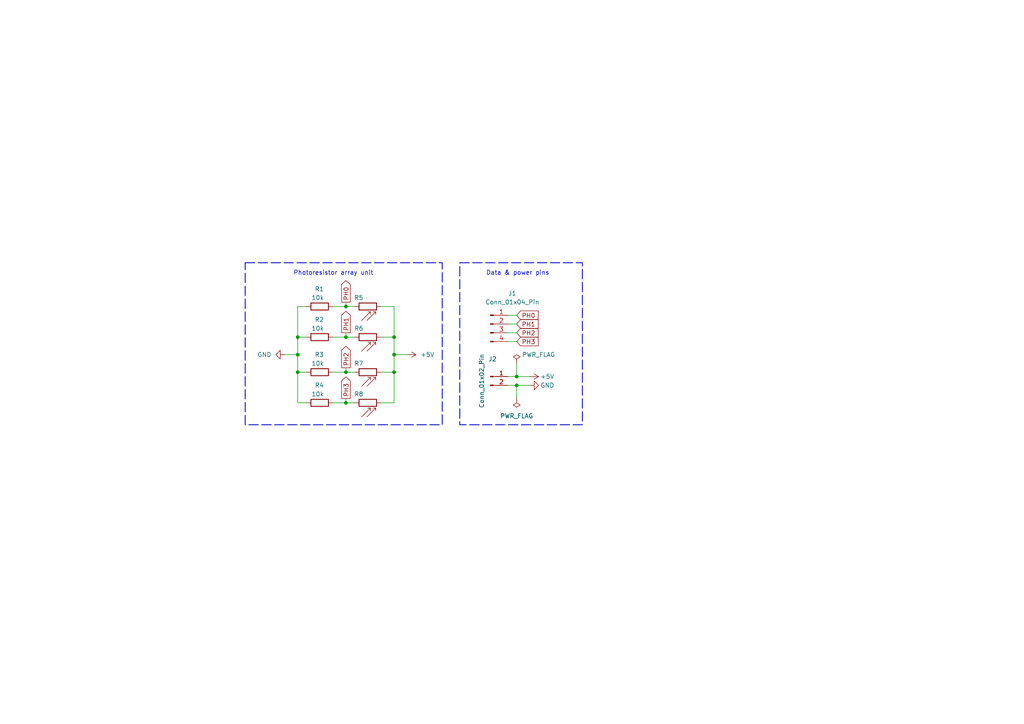
<source format=kicad_sch>
(kicad_sch (version 20231120) (generator "eeschema") (generator_version "8.0")
  (paper "A4")
  (lib_symbols
    (symbol "Connector:Conn_01x02_Pin" (pin_names (offset 1.016) hide)
      (property "Reference" "J" (at 0 2.54 0))
      (property "Value" "Conn_01x02_Pin" (at 0 -5.08 0))
      (symbol "Conn_01x02_Pin_1_1"
        (polyline (pts (xy 1.27 -2.54) (xy 0.8636 -2.54)) (stroke (width 0.1524)))
        (polyline (pts (xy 1.27 0) (xy 0.8636 0)) (stroke (width 0.1524)))
        (rectangle (start 0.8636 -2.413) (end 0 -2.667) (stroke (width 0.1524)) (fill (type outline)))
        (rectangle (start 0.8636 0.127) (end 0 -0.127) (stroke (width 0.1524)) (fill (type outline)))
        (pin passive line (at 5.08 0 180) (length 3.81) (name "Pin_1") (number "1"))
        (pin passive line (at 5.08 -2.54 180) (length 3.81) (name "Pin_2") (number "2"))
      )
    )
    (symbol "Connector:Conn_01x04_Pin" (pin_names (offset 1.016) hide)
      (property "Reference" "J" (at 0 5.08 0))
      (property "Value" "Conn_01x04_Pin" (at 0 -7.62 0))
      (symbol "Conn_01x04_Pin_1_1"
        (polyline (pts (xy 1.27 -5.08) (xy 0.8636 -5.08)) (stroke (width 0.1524)))
        (polyline (pts (xy 1.27 -2.54) (xy 0.8636 -2.54)) (stroke (width 0.1524)))
        (polyline (pts (xy 1.27 0) (xy 0.8636 0)) (stroke (width 0.1524)))
        (polyline (pts (xy 1.27 2.54) (xy 0.8636 2.54)) (stroke (width 0.1524)))
        (rectangle (start 0.8636 -4.953) (end 0 -5.207) (stroke (width 0.1524)) (fill (type outline)))
        (rectangle (start 0.8636 -2.413) (end 0 -2.667) (stroke (width 0.1524)) (fill (type outline)))
        (rectangle (start 0.8636 0.127) (end 0 -0.127) (stroke (width 0.1524)) (fill (type outline)))
        (rectangle (start 0.8636 2.667) (end 0 2.413) (stroke (width 0.1524)) (fill (type outline)))
        (pin passive line (at 5.08 2.54 180) (length 3.81) (name "Pin_1") (number "1"))
        (pin passive line (at 5.08 0 180) (length 3.81) (name "Pin_2") (number "2"))
        (pin passive line (at 5.08 -2.54 180) (length 3.81) (name "Pin_3") (number "3"))
        (pin passive line (at 5.08 -5.08 180) (length 3.81) (name "Pin_4") (number "4"))
      )
    )
    (symbol "Device:R" (pin_numbers hide) (pin_names (offset 0))
      (property "Reference" "R" (at 2.032 0 90))
      (property "Value" "R" (at 0 0 90))
      (symbol "R_0_1"
        (rectangle (start -1.016 -2.54) (end 1.016 2.54) (stroke (width 0.254)))
      )
      (symbol "R_1_1"
        (pin passive line (at 0 3.81 270) (length 1.27) (name "~") (number "1"))
        (pin passive line (at 0 -3.81 90) (length 1.27) (name "~") (number "2"))
      )
    )
    (symbol "Device:R_Photo" (pin_numbers hide) (pin_names (offset 0))
      (property "Reference" "R" (at 1.27 1.27 0))
      (property "Value" "R_Photo" (at 1.27 0 0))
      (symbol "R_Photo_0_1"
        (rectangle (start -1.016 2.54) (end 1.016 -2.54) (stroke (width 0.254)))
        (polyline (pts (xy -1.524 -2.286) (xy -4.064 0.254)))
        (polyline (pts (xy -1.524 -2.286) (xy -2.286 -2.286)))
        (polyline (pts (xy -1.524 -2.286) (xy -1.524 -1.524)))
        (polyline (pts (xy -1.524 -0.762) (xy -4.064 1.778)))
        (polyline (pts (xy -1.524 -0.762) (xy -2.286 -0.762)))
        (polyline (pts (xy -1.524 -0.762) (xy -1.524 0)))
      )
      (symbol "R_Photo_1_1"
        (pin passive line (at 0 3.81 270) (length 1.27) (name "~") (number "1"))
        (pin passive line (at 0 -3.81 90) (length 1.27) (name "~") (number "2"))
      )
    )
    (symbol "power:+5V" (power) (pin_names (offset 0))
      (property "Value" "+5V" (at 0 3.556 0))
      (symbol "+5V_0_1"
        (polyline (pts (xy -0.762 1.27) (xy 0 2.54)))
        (polyline (pts (xy 0 0) (xy 0 2.54)))
        (polyline (pts (xy 0 2.54) (xy 0.762 1.27)))
      )
      (symbol "+5V_1_1"
        (pin power_in line (at 0 0 90) (length 0) hide (name "+5V") (number "1"))
      )
    )
    (symbol "power:GND" (power) (pin_names (offset 0))
      (property "Value" "GND" (at 0 -3.81 0))
      (symbol "GND_0_1"
        (polyline (pts (xy 0 0) (xy 0 -1.27) (xy 1.27 -1.27) (xy 0 -2.54) (xy -1.27 -1.27) (xy 0 -1.27)))
      )
      (symbol "GND_1_1"
        (pin power_in line (at 0 0 270) (length 0) hide (name "GND") (number "1"))
      )
    )
    (symbol "power:PWR_FLAG" (power) (pin_numbers hide) (pin_names (offset 0) hide)
      (property "Value" "PWR_FLAG" (at 0 3.81 0))
      (symbol "PWR_FLAG_0_0"
        (pin power_out line (at 0 0 90) (length 0) (name "pwr") (number "1"))
      )
      (symbol "PWR_FLAG_0_1"
        (polyline (pts (xy 0 0) (xy 0 1.27) (xy -1.016 1.905) (xy 0 2.54) (xy 1.016 1.905) (xy 0 1.27)))
      )
    )
  )
  (junction (at 100.33 97.79))
  (junction (at 149.86 109.22))
  (junction (at 114.3 97.79))
  (junction (at 114.3 102.87))
  (junction (at 114.3 107.95))
  (junction (at 100.33 107.95))
  (junction (at 86.36 102.87))
  (junction (at 149.86 111.76))
  (junction (at 86.36 107.95))
  (junction (at 100.33 116.84))
  (junction (at 100.33 88.9))
  (junction (at 86.36 97.79))
  (wire (pts (xy 86.36 88.9) (xy 88.9 88.9)))
  (wire (pts (xy 110.49 107.95) (xy 114.3 107.95)))
  (wire (pts (xy 86.36 107.95) (xy 86.36 116.84)))
  (wire (pts (xy 96.52 97.79) (xy 100.33 97.79)))
  (wire (pts (xy 147.32 91.44) (xy 149.86 91.44)))
  (wire (pts (xy 147.32 111.76) (xy 149.86 111.76)))
  (wire (pts (xy 96.52 107.95) (xy 100.33 107.95)))
  (wire (pts (xy 100.33 106.68) (xy 100.33 107.95)))
  (wire (pts (xy 110.49 88.9) (xy 114.3 88.9)))
  (wire (pts (xy 147.32 99.06) (xy 149.86 99.06)))
  (wire (pts (xy 86.36 97.79) (xy 88.9 97.79)))
  (wire (pts (xy 114.3 88.9) (xy 114.3 97.79)))
  (wire (pts (xy 86.36 107.95) (xy 88.9 107.95)))
  (wire (pts (xy 86.36 88.9) (xy 86.36 97.79)))
  (wire (pts (xy 100.33 97.79) (xy 102.87 97.79)))
  (wire (pts (xy 100.33 115.57) (xy 100.33 116.84)))
  (wire (pts (xy 147.32 96.52) (xy 149.86 96.52)))
  (wire (pts (xy 110.49 116.84) (xy 114.3 116.84)))
  (wire (pts (xy 100.33 107.95) (xy 102.87 107.95)))
  (wire (pts (xy 149.86 109.22) (xy 153.67 109.22)))
  (wire (pts (xy 114.3 102.87) (xy 118.11 102.87)))
  (wire (pts (xy 149.86 105.41) (xy 149.86 109.22)))
  (wire (pts (xy 147.32 93.98) (xy 149.86 93.98)))
  (wire (pts (xy 96.52 88.9) (xy 100.33 88.9)))
  (wire (pts (xy 96.52 116.84) (xy 100.33 116.84)))
  (wire (pts (xy 86.36 102.87) (xy 86.36 107.95)))
  (wire (pts (xy 147.32 109.22) (xy 149.86 109.22)))
  (wire (pts (xy 86.36 97.79) (xy 86.36 102.87)))
  (wire (pts (xy 100.33 116.84) (xy 102.87 116.84)))
  (wire (pts (xy 114.3 107.95) (xy 114.3 116.84)))
  (wire (pts (xy 149.86 111.76) (xy 149.86 115.57)))
  (wire (pts (xy 100.33 88.9) (xy 102.87 88.9)))
  (wire (pts (xy 100.33 96.52) (xy 100.33 97.79)))
  (wire (pts (xy 100.33 87.63) (xy 100.33 88.9)))
  (wire (pts (xy 86.36 116.84) (xy 88.9 116.84)))
  (wire (pts (xy 114.3 97.79) (xy 114.3 102.87)))
  (wire (pts (xy 82.55 102.87) (xy 86.36 102.87)))
  (wire (pts (xy 110.49 97.79) (xy 114.3 97.79)))
  (wire (pts (xy 149.86 111.76) (xy 153.67 111.76)))
  (wire (pts (xy 114.3 102.87) (xy 114.3 107.95)))
  (rectangle (start 71.12 76.2) (end 128.27 123.19) (stroke (width 0.25) (type dash)))
  (rectangle (start 133.35 76.2) (end 168.91 123.19) (stroke (width 0.25) (type dash)))
  (text "Data & power pins" (at 140.97 80.01 0) (effects (font (size 1.27 1.27)) (justify left bottom)))
  (text "Photoresistor array unit" (at 85.09 80.01 0) (effects (font (size 1.27 1.27)) (justify left bottom)))
  (global_label "PH3" (shape input) (at 149.86 99.06 0) (property "Intersheetrefs" "${INTERSHEET_REFS}" (effects (hide yes))))
  (global_label "PH2" (shape output) (at 100.33 106.68 90) (property "Intersheetrefs" "${INTERSHEET_REFS}" (effects (hide yes))))
  (global_label "PH0" (shape input) (at 149.86 91.44 0) (property "Intersheetrefs" "${INTERSHEET_REFS}" (effects (hide yes))))
  (global_label "PH1" (shape output) (at 100.33 96.52 90) (property "Intersheetrefs" "${INTERSHEET_REFS}" (effects (hide yes))))
  (global_label "PH0" (shape output) (at 100.33 87.63 90) (property "Intersheetrefs" "${INTERSHEET_REFS}" (effects (hide yes))))
  (global_label "PH2" (shape input) (at 149.86 96.52 0) (property "Intersheetrefs" "${INTERSHEET_REFS}" (effects (hide yes))))
  (global_label "PH1" (shape input) (at 149.86 93.98 0) (property "Intersheetrefs" "${INTERSHEET_REFS}" (effects (hide yes))))
  (global_label "PH3" (shape output) (at 100.33 115.57 90) (property "Intersheetrefs" "${INTERSHEET_REFS}" (effects (hide yes))))
  (symbol (lib_id "Device:R") (at 92.71 88.9 90) (unit 1)
    (property "Reference" "R1" (at 93.98 83.82 90) (effects (justify left)))
    (property "Value" "10k" (at 93.98 86.36 90) (effects (justify left)))
    (property "Footprint" "Library:R_Axial_DIN0207_L6.3mm_D2.5mm_P10.16mm_Horizontal" (effects (hide yes)))
  )
  (symbol (lib_id "power:PWR_FLAG") (at 149.86 105.41 0) (unit 1)
    (property "Reference" "#FLG01" (effects (hide yes)))
    (property "Value" "PWR_FLAG" (at 156.21 102.87 0))
  )
  (symbol (lib_id "power:PWR_FLAG") (at 149.86 115.57 180) (unit 1)
    (property "Reference" "#FLG02" (effects (hide yes)))
    (property "Value" "PWR_FLAG" (at 149.86 120.65 0))
  )
  (symbol (lib_id "Connector:Conn_01x04_Pin") (at 142.24 93.98 0) (unit 1)
    (property "Reference" "J1" (at 148.59 85.09 0))
    (property "Value" "Conn_01x04_Pin" (at 148.59 87.63 0))
    (property "Footprint" "Connector_PinHeader_2.54mm:PinHeader_1x04_P2.54mm_Vertical" (effects (hide yes)))
  )
  (symbol (lib_id "power:GND") (at 82.55 102.87 270) (unit 1)
    (property "Reference" "#PWR01" (effects (hide yes)))
    (property "Value" "GND" (at 78.74 102.87 90) (effects (justify right)))
  )
  (symbol (lib_id "Device:R_Photo") (at 106.68 88.9 90) (unit 1)
    (property "Reference" "R5" (at 105.41 86.36 90) (effects (justify left)))
    (property "Value" "5-10k" (effects (hide yes)))
    (property "Footprint" "Library:R_LDR_5.1x4.3mm_P3.4mm_Vertical" (effects (hide yes)))
  )
  (symbol (lib_id "Device:R") (at 92.71 107.95 90) (unit 1)
    (property "Reference" "R3" (at 93.98 102.87 90) (effects (justify left)))
    (property "Value" "10k" (at 93.98 105.41 90) (effects (justify left)))
    (property "Footprint" "Library:R_Axial_DIN0207_L6.3mm_D2.5mm_P10.16mm_Horizontal" (effects (hide yes)))
  )
  (symbol (lib_id "Device:R_Photo") (at 106.68 116.84 90) (unit 1)
    (property "Reference" "R8" (at 105.41 114.3 90) (effects (justify left)))
    (property "Value" "5-10k" (effects (hide yes)))
    (property "Footprint" "Library:R_LDR_5.1x4.3mm_P3.4mm_Vertical" (effects (hide yes)))
  )
  (symbol (lib_id "Device:R_Photo") (at 106.68 107.95 90) (unit 1)
    (property "Reference" "R7" (at 105.41 105.41 90) (effects (justify left)))
    (property "Value" "5-10k" (effects (hide yes)))
    (property "Footprint" "Library:R_LDR_5.1x4.3mm_P3.4mm_Vertical" (effects (hide yes)))
  )
  (symbol (lib_id "power:+5V") (at 118.11 102.87 270) (unit 1)
    (property "Reference" "#PWR02" (effects (hide yes)))
    (property "Value" "+5V" (at 121.92 102.87 90) (effects (justify left)))
  )
  (symbol (lib_id "Device:R") (at 92.71 116.84 90) (unit 1)
    (property "Reference" "R4" (at 93.98 111.76 90) (effects (justify left)))
    (property "Value" "10k" (at 93.98 114.3 90) (effects (justify left)))
    (property "Footprint" "Library:R_Axial_DIN0207_L6.3mm_D2.5mm_P10.16mm_Horizontal" (effects (hide yes)))
  )
  (symbol (lib_id "power:GND") (at 153.67 111.76 90) (unit 1)
    (property "Reference" "#PWR04" (effects (hide yes)))
    (property "Value" "GND" (at 158.75 111.76 90))
  )
  (symbol (lib_id "Device:R_Photo") (at 106.68 97.79 90) (unit 1)
    (property "Reference" "R6" (at 105.41 95.25 90) (effects (justify left)))
    (property "Value" "5-10k" (effects (hide yes)))
    (property "Footprint" "Library:R_LDR_5.1x4.3mm_P3.4mm_Vertical" (effects (hide yes)))
  )
  (symbol (lib_id "Device:R") (at 92.71 97.79 90) (unit 1)
    (property "Reference" "R2" (at 93.98 92.71 90) (effects (justify left)))
    (property "Value" "10k" (at 93.98 95.25 90) (effects (justify left)))
    (property "Footprint" "Library:R_Axial_DIN0207_L6.3mm_D2.5mm_P10.16mm_Horizontal" (effects (hide yes)))
  )
  (symbol (lib_id "power:+5V") (at 153.67 109.22 270) (unit 1)
    (property "Reference" "#PWR03" (effects (hide yes)))
    (property "Value" "+5V" (at 158.75 109.22 90))
  )
  (symbol (lib_id "Connector:Conn_01x02_Pin") (at 142.24 109.22 0) (unit 1)
    (property "Reference" "J2" (at 142.875 104.14 0))
    (property "Value" "Conn_01x02_Pin" (at 139.7 110.49 90))
    (property "Footprint" "Connector_PinHeader_2.54mm:PinHeader_1x02_P2.54mm_Vertical" (effects (hide yes)))
  )
)
</source>
